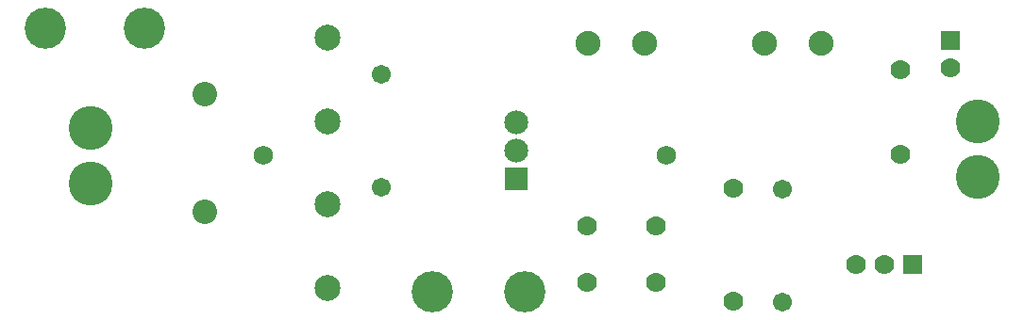
<source format=gts>
G04 Layer_Color=8388736*
%FSLAX43Y43*%
%MOMM*%
G71*
G01*
G75*
%ADD30C,2.203*%
%ADD31C,1.727*%
%ADD32C,1.778*%
%ADD33R,1.778X1.778*%
%ADD34C,2.333*%
%ADD35R,1.778X1.778*%
%ADD36C,1.703*%
%ADD37C,3.953*%
%ADD38C,2.235*%
%ADD39C,2.138*%
%ADD40R,2.138X2.138*%
%ADD41C,3.703*%
D30*
X-5258Y-5043D02*
D03*
Y5472D02*
D03*
D31*
X36152Y0D02*
D03*
X0D02*
D03*
D32*
X53180Y-9847D02*
D03*
X55720D02*
D03*
X57152Y130D02*
D03*
Y7750D02*
D03*
X61573Y7911D02*
D03*
X35182Y-11443D02*
D03*
Y-6363D02*
D03*
X28995Y-11443D02*
D03*
Y-6363D02*
D03*
X42095Y-13136D02*
D03*
Y-2976D02*
D03*
D33*
X58260Y-9847D02*
D03*
D34*
X5712Y-11934D02*
D03*
Y-4434D02*
D03*
Y3066D02*
D03*
Y10566D02*
D03*
D35*
X61573Y10375D02*
D03*
D36*
X46536Y-3013D02*
D03*
Y-13173D02*
D03*
X10591Y7330D02*
D03*
Y-2830D02*
D03*
D37*
X64087Y3041D02*
D03*
Y-1959D02*
D03*
X-15555Y-2503D02*
D03*
Y2497D02*
D03*
D38*
X50035Y10047D02*
D03*
X44955D02*
D03*
X34145D02*
D03*
X29065D02*
D03*
D39*
X22695Y2977D02*
D03*
Y437D02*
D03*
D40*
Y-2103D02*
D03*
D41*
X-10668Y11481D02*
D03*
X-19609D02*
D03*
X23402Y-12250D02*
D03*
X15113Y-12268D02*
D03*
M02*

</source>
